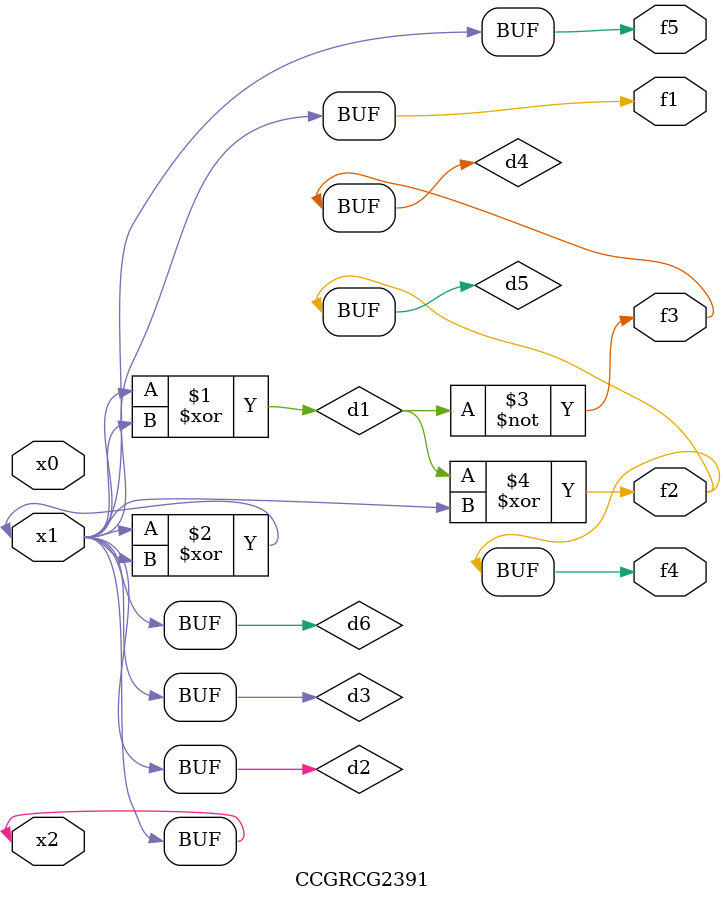
<source format=v>
module CCGRCG2391(
	input x0, x1, x2,
	output f1, f2, f3, f4, f5
);

	wire d1, d2, d3, d4, d5, d6;

	xor (d1, x1, x2);
	buf (d2, x1, x2);
	xor (d3, x1, x2);
	nor (d4, d1);
	xor (d5, d1, d2);
	buf (d6, d2, d3);
	assign f1 = d6;
	assign f2 = d5;
	assign f3 = d4;
	assign f4 = d5;
	assign f5 = d6;
endmodule

</source>
